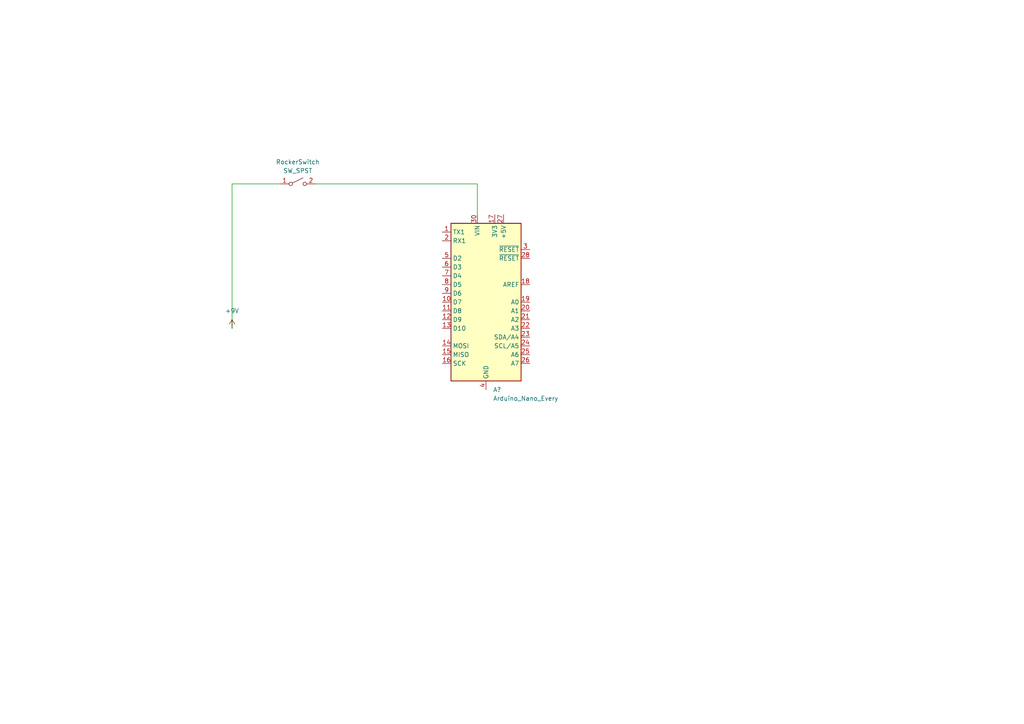
<source format=kicad_sch>
(kicad_sch (version 20211123) (generator eeschema)
  (paper "A4")
  (lib_symbols
    (symbol "MCU_Module:Arduino_Nano_Every"
      (property "Reference" "A" (at -10.16 23.495 0))
      (property "Value" "Arduino_Nano_Every" (at 5.08 -24.13 0))
      (symbol "Arduino_Nano_Every_0_1"
        (rectangle (start -10.16 22.86) (end 10.16 -22.86) (stroke (width 0.254)) (fill (type background)))
      )
      (symbol "Arduino_Nano_Every_1_1"
        (pin bidirectional line (at -12.7 20.32 0) (length 2.54) (name "TX1") (number "1"))
        (pin bidirectional line (at -12.7 0 0) (length 2.54) (name "D7") (number "10"))
        (pin bidirectional line (at -12.7 -2.54 0) (length 2.54) (name "D8") (number "11"))
        (pin bidirectional line (at -12.7 -5.08 0) (length 2.54) (name "D9") (number "12"))
        (pin bidirectional line (at -12.7 -7.62 0) (length 2.54) (name "D10") (number "13"))
        (pin bidirectional line (at -12.7 -12.7 0) (length 2.54) (name "MOSI") (number "14"))
        (pin bidirectional line (at -12.7 -15.24 0) (length 2.54) (name "MISO") (number "15"))
        (pin bidirectional line (at -12.7 -17.78 0) (length 2.54) (name "SCK") (number "16"))
        (pin power_out line (at 2.54 25.4 270) (length 2.54) (name "3V3") (number "17"))
        (pin input line (at 12.7 5.08 180) (length 2.54) (name "AREF") (number "18"))
        (pin bidirectional line (at 12.7 0 180) (length 2.54) (name "A0") (number "19"))
        (pin bidirectional line (at -12.7 17.78 0) (length 2.54) (name "RX1") (number "2"))
        (pin bidirectional line (at 12.7 -2.54 180) (length 2.54) (name "A1") (number "20"))
        (pin bidirectional line (at 12.7 -5.08 180) (length 2.54) (name "A2") (number "21"))
        (pin bidirectional line (at 12.7 -7.62 180) (length 2.54) (name "A3") (number "22"))
        (pin bidirectional line (at 12.7 -10.16 180) (length 2.54) (name "SDA/A4") (number "23"))
        (pin bidirectional line (at 12.7 -12.7 180) (length 2.54) (name "SCL/A5") (number "24"))
        (pin bidirectional line (at 12.7 -15.24 180) (length 2.54) (name "A6") (number "25"))
        (pin bidirectional line (at 12.7 -17.78 180) (length 2.54) (name "A7") (number "26"))
        (pin power_out line (at 5.08 25.4 270) (length 2.54) (name "+5V") (number "27"))
        (pin input line (at 12.7 12.7 180) (length 2.54) (name "~{RESET}") (number "28"))
        (pin passive line (at 0 -25.4 90) (length 2.54) hide (name "GND") (number "29"))
        (pin input line (at 12.7 15.24 180) (length 2.54) (name "~{RESET}") (number "3"))
        (pin power_in line (at -2.54 25.4 270) (length 2.54) (name "VIN") (number "30"))
        (pin power_in line (at 0 -25.4 90) (length 2.54) (name "GND") (number "4"))
        (pin bidirectional line (at -12.7 12.7 0) (length 2.54) (name "D2") (number "5"))
        (pin bidirectional line (at -12.7 10.16 0) (length 2.54) (name "D3") (number "6"))
        (pin bidirectional line (at -12.7 7.62 0) (length 2.54) (name "D4") (number "7"))
        (pin bidirectional line (at -12.7 5.08 0) (length 2.54) (name "D5") (number "8"))
        (pin bidirectional line (at -12.7 2.54 0) (length 2.54) (name "D6") (number "9"))
      )
    )
    (symbol "Switch:SW_SPST" (pin_names (offset 0) hide)
      (property "Reference" "SW" (at 0 3.175 0))
      (property "Value" "SW_SPST" (at 0 -2.54 0))
      (symbol "SW_SPST_0_0"
        (circle (center -2.032 0) (radius 0.508))
        (polyline (pts (xy -1.524 0.254) (xy 1.524 1.778)))
        (circle (center 2.032 0) (radius 0.508))
      )
      (symbol "SW_SPST_1_1"
        (pin passive line (at -5.08 0 0) (length 2.54) (name "A") (number "1"))
        (pin passive line (at 5.08 0 180) (length 2.54) (name "B") (number "2"))
      )
    )
    (symbol "power:+9V" (power) (pin_names (offset 0))
      (property "Value" "+9V" (at 0 3.556 0))
      (symbol "+9V_0_1"
        (polyline (pts (xy -0.762 1.27) (xy 0 2.54)))
        (polyline (pts (xy 0 0) (xy 0 2.54)))
        (polyline (pts (xy 0 2.54) (xy 0.762 1.27)))
      )
      (symbol "+9V_1_1"
        (pin power_in line (at 0 0 90) (length 0) hide (name "+9V") (number "1"))
      )
    )
  )
  (wire (pts (xy 67.31 53.34) (xy 81.28 53.34)))
  (wire (pts (xy 138.43 53.34) (xy 138.43 62.23)))
  (wire (pts (xy 67.31 53.34) (xy 67.31 95.25)))
  (wire (pts (xy 91.44 53.34) (xy 138.43 53.34)))
  (symbol (lib_id "MCU_Module:Arduino_Nano_Every") (at 140.97 87.63 0) (unit 1)
    (property "Reference" "A?" (at 142.9894 113.03 0) (effects (justify left)))
    (property "Value" "Arduino_Nano_Every" (at 142.9894 115.57 0) (effects (justify left)))
    (property "Footprint" "Module:Arduino_Nano" (effects hide))
    (property "Datasheet" "https://content.arduino.cc/assets/NANOEveryV3.0_sch.pdf" (effects hide))
  )
  (symbol (lib_id "power:+9V") (at 67.31 95.25 0) (unit 1)
    (property "Reference" "#PWR?" (effects hide))
    (property "Value" "+9V" (at 67.31 90.17 0))
  )
  (symbol (lib_id "Switch:SW_SPST") (at 86.36 53.34 0) (unit 1)
    (property "Reference" "RockerSwitch" (at 86.36 46.99 0))
    (property "Value" "SW_SPST" (at 86.36 49.53 0))
  )
)
</source>
